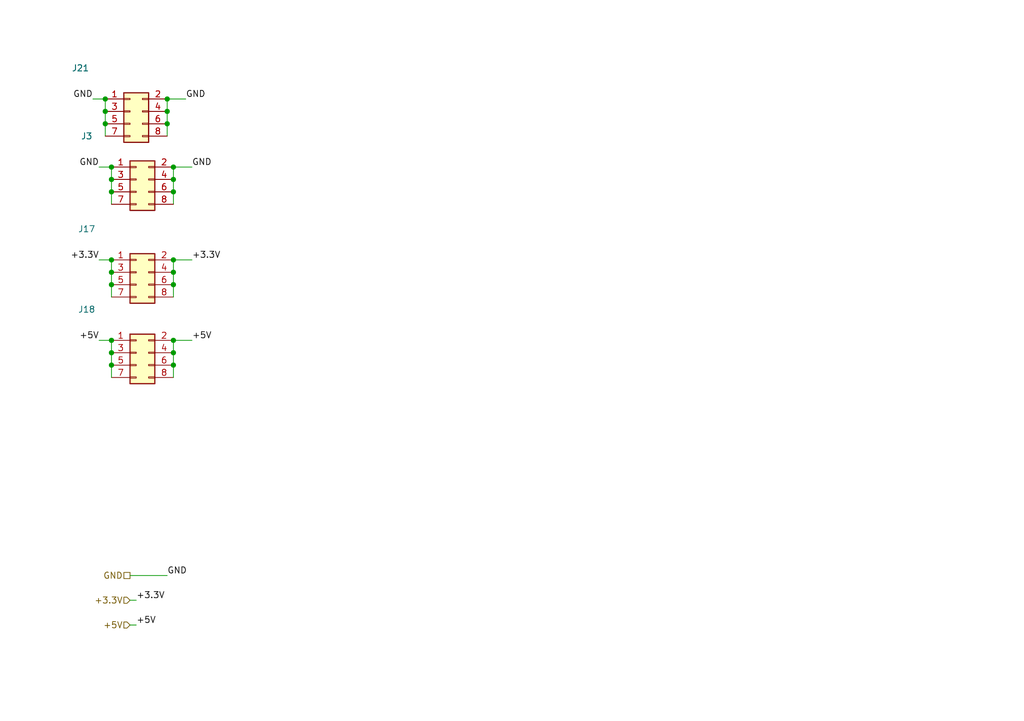
<source format=kicad_sch>
(kicad_sch (version 20231120) (generator "eeschema") (generator_version "8.0")
  (paper "A5")
  (title_block (title "PCB Inerface - Solder area") (date "2024-08-29") (rev "1.0") (company "Designed by CREPP-NLG"))
  (lib_symbols
    (symbol "Connector_Generic:Conn_02x04_Odd_Even" (pin_names (offset 1.016) hide)
      (property "Reference" "J" (at 1.27 5.08 0))
      (property "Value" "Conn_02x04_Odd_Even" (at 1.27 -7.62 0))
      (symbol "Conn_02x04_Odd_Even_1_1"
        (rectangle (start -1.27 -4.953) (end 0 -5.207) (stroke (width 0.1524)))
        (rectangle (start -1.27 -2.413) (end 0 -2.667) (stroke (width 0.1524)))
        (rectangle (start -1.27 0.127) (end 0 -0.127) (stroke (width 0.1524)))
        (rectangle (start -1.27 2.667) (end 0 2.413) (stroke (width 0.1524)))
        (rectangle (start -1.27 3.81) (end 3.81 -6.35) (stroke (width 0.254)) (fill (type background)))
        (rectangle (start 3.81 -4.953) (end 2.54 -5.207) (stroke (width 0.1524)))
        (rectangle (start 3.81 -2.413) (end 2.54 -2.667) (stroke (width 0.1524)))
        (rectangle (start 3.81 0.127) (end 2.54 -0.127) (stroke (width 0.1524)))
        (rectangle (start 3.81 2.667) (end 2.54 2.413) (stroke (width 0.1524)))
        (pin passive line (at -5.08 2.54 0) (length 3.81) (name "Pin_1") (number "1"))
        (pin passive line (at 7.62 2.54 180) (length 3.81) (name "Pin_2") (number "2"))
        (pin passive line (at -5.08 0 0) (length 3.81) (name "Pin_3") (number "3"))
        (pin passive line (at 7.62 0 180) (length 3.81) (name "Pin_4") (number "4"))
        (pin passive line (at -5.08 -2.54 0) (length 3.81) (name "Pin_5") (number "5"))
        (pin passive line (at 7.62 -2.54 180) (length 3.81) (name "Pin_6") (number "6"))
        (pin passive line (at -5.08 -5.08 0) (length 3.81) (name "Pin_7") (number "7"))
        (pin passive line (at 7.62 -5.08 180) (length 3.81) (name "Pin_8") (number "8"))
      )
    )
  )
  (junction (at 21.59 25.4))
  (junction (at 35.56 58.42))
  (junction (at 35.56 69.85))
  (junction (at 21.59 22.86))
  (junction (at 35.56 53.34))
  (junction (at 22.86 34.29))
  (junction (at 22.86 39.37))
  (junction (at 22.86 36.83))
  (junction (at 35.56 36.83))
  (junction (at 22.86 55.88))
  (junction (at 22.86 58.42))
  (junction (at 21.59 20.32))
  (junction (at 35.56 55.88))
  (junction (at 22.86 53.34))
  (junction (at 35.56 72.39))
  (junction (at 34.29 20.32))
  (junction (at 34.29 25.4))
  (junction (at 22.86 74.93))
  (junction (at 35.56 39.37))
  (junction (at 34.29 22.86))
  (junction (at 35.56 74.93))
  (junction (at 22.86 69.85))
  (junction (at 35.56 34.29))
  (junction (at 22.86 72.39))
  (wire (pts (xy 35.56 34.29) (xy 39.37 34.29)))
  (wire (pts (xy 35.56 53.34) (xy 35.56 55.88)))
  (wire (pts (xy 35.56 72.39) (xy 35.56 74.93)))
  (wire (pts (xy 34.29 25.4) (xy 34.29 27.94)))
  (wire (pts (xy 22.86 69.85) (xy 22.86 72.39)))
  (wire (pts (xy 20.32 53.34) (xy 22.86 53.34)))
  (wire (pts (xy 22.86 53.34) (xy 22.86 55.88)))
  (wire (pts (xy 27.94 128.27) (xy 26.67 128.27)))
  (wire (pts (xy 21.59 20.32) (xy 21.59 22.86)))
  (wire (pts (xy 22.86 74.93) (xy 22.86 77.47)))
  (wire (pts (xy 34.29 20.32) (xy 38.1 20.32)))
  (wire (pts (xy 22.86 55.88) (xy 22.86 58.42)))
  (wire (pts (xy 34.29 20.32) (xy 34.29 22.86)))
  (wire (pts (xy 35.56 34.29) (xy 35.56 36.83)))
  (wire (pts (xy 22.86 58.42) (xy 22.86 60.96)))
  (wire (pts (xy 20.32 34.29) (xy 22.86 34.29)))
  (wire (pts (xy 35.56 58.42) (xy 35.56 60.96)))
  (wire (pts (xy 34.29 22.86) (xy 34.29 25.4)))
  (wire (pts (xy 35.56 53.34) (xy 39.37 53.34)))
  (wire (pts (xy 35.56 55.88) (xy 35.56 58.42)))
  (wire (pts (xy 26.67 118.11) (xy 34.29 118.11)))
  (wire (pts (xy 22.86 39.37) (xy 22.86 41.91)))
  (wire (pts (xy 19.05 20.32) (xy 21.59 20.32)))
  (wire (pts (xy 22.86 36.83) (xy 22.86 39.37)))
  (wire (pts (xy 35.56 36.83) (xy 35.56 39.37)))
  (wire (pts (xy 35.56 69.85) (xy 35.56 72.39)))
  (wire (pts (xy 21.59 22.86) (xy 21.59 25.4)))
  (wire (pts (xy 35.56 74.93) (xy 35.56 77.47)))
  (wire (pts (xy 22.86 72.39) (xy 22.86 74.93)))
  (wire (pts (xy 21.59 25.4) (xy 21.59 27.94)))
  (wire (pts (xy 35.56 39.37) (xy 35.56 41.91)))
  (wire (pts (xy 27.94 123.19) (xy 26.67 123.19)))
  (wire (pts (xy 20.32 69.85) (xy 22.86 69.85)))
  (wire (pts (xy 35.56 69.85) (xy 39.37 69.85)))
  (wire (pts (xy 22.86 34.29) (xy 22.86 36.83)))
  (label "GND" (at 34.29 118.11 0))
  (label "GND" (at 20.32 34.29 180))
  (label "GND" (at 19.05 20.32 180))
  (label "GND" (at 38.1 20.32 0))
  (label "+3.3V" (at 39.37 53.34 0))
  (label "+5V" (at 27.94 128.27 0))
  (label "+5V" (at 39.37 69.85 0))
  (label "GND" (at 39.37 34.29 0))
  (label "+3.3V" (at 20.32 53.34 180))
  (label "+3.3V" (at 27.94 123.19 0))
  (label "+5V" (at 20.32 69.85 180))
  (hierarchical_label "GND" (shape passive) (at 26.67 118.11 180))
  (hierarchical_label "+3.3V" (shape input) (at 26.67 123.19 180))
  (hierarchical_label "+5V" (shape input) (at 26.67 128.27 180))
  (symbol (lib_id "Connector_Generic:Conn_02x04_Odd_Even") (at 26.67 22.86 0) (unit 1)
    (property "Reference" "J21" (at 16.51 13.97 0))
    (property "Value" "Conn_02x04_Odd_Even" (effects (hide yes)))
    (property "Footprint" "Connector_PinHeader_2.54mm:PinHeader_2x04_P2.54mm_Vertical" (effects (hide yes)))
    (property "Description" "Generic connector, double row, 02x04, odd/even pin numbering scheme (row 1 odd numbers, row 2 even numbers), script generated (kicad-library-utils/schlib/autogen/connector/)" (effects (hide yes)))
  )
  (symbol (lib_id "Connector_Generic:Conn_02x04_Odd_Even") (at 27.94 55.88 0) (unit 1)
    (property "Reference" "J17" (at 17.78 46.99 0))
    (property "Value" "Conn_02x04_Odd_Even" (effects (hide yes)))
    (property "Footprint" "Connector_PinHeader_2.54mm:PinHeader_2x04_P2.54mm_Vertical" (effects (hide yes)))
    (property "Description" "Generic connector, double row, 02x04, odd/even pin numbering scheme (row 1 odd numbers, row 2 even numbers), script generated (kicad-library-utils/schlib/autogen/connector/)" (effects (hide yes)))
  )
  (symbol (lib_id "Connector_Generic:Conn_02x04_Odd_Even") (at 27.94 36.83 0) (unit 1)
    (property "Reference" "J3" (at 17.78 27.94 0))
    (property "Value" "Conn_02x04_Odd_Even" (effects (hide yes)))
    (property "Footprint" "Connector_PinHeader_2.54mm:PinHeader_2x04_P2.54mm_Vertical" (effects (hide yes)))
    (property "Description" "Generic connector, double row, 02x04, odd/even pin numbering scheme (row 1 odd numbers, row 2 even numbers), script generated (kicad-library-utils/schlib/autogen/connector/)" (effects (hide yes)))
  )
  (symbol (lib_id "Connector_Generic:Conn_02x04_Odd_Even") (at 27.94 72.39 0) (unit 1)
    (property "Reference" "J18" (at 17.78 63.5 0))
    (property "Value" "Conn_02x04_Odd_Even" (effects (hide yes)))
    (property "Footprint" "Connector_PinHeader_2.54mm:PinHeader_2x04_P2.54mm_Vertical" (effects (hide yes)))
    (property "Description" "Generic connector, double row, 02x04, odd/even pin numbering scheme (row 1 odd numbers, row 2 even numbers), script generated (kicad-library-utils/schlib/autogen/connector/)" (effects (hide yes)))
  )
)
</source>
